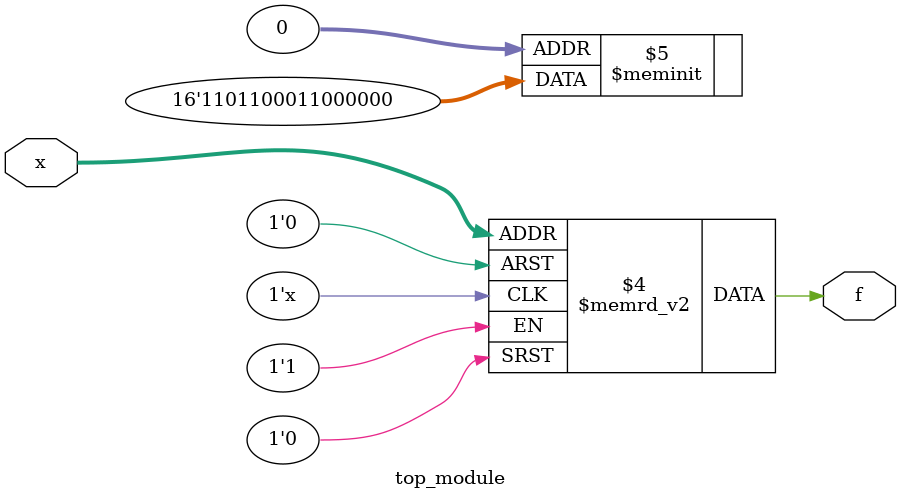
<source format=sv>
module top_module (
    input [4:1] x,
    output logic f
);

    always_comb begin
        case (x)
            // Define the outputs based on given Karnaugh map
            4'b0010, 4'b1010, 4'b1101, 4'b1001                                     : f = 1'b0; // Specified 0s
            4'b1110, 4'b1111, 4'b1011, 4'b0111, 4'b0110, 4'b1100, 4'b1101, 4'b1010: f = 1'b1; // Specified 1s & don't-care set to 1 for convenient grouping/simplification
            default                                                             : f = 1'b0; // Handle remaining don’t-cares, default to 0
        endcase
    end

endmodule

</source>
